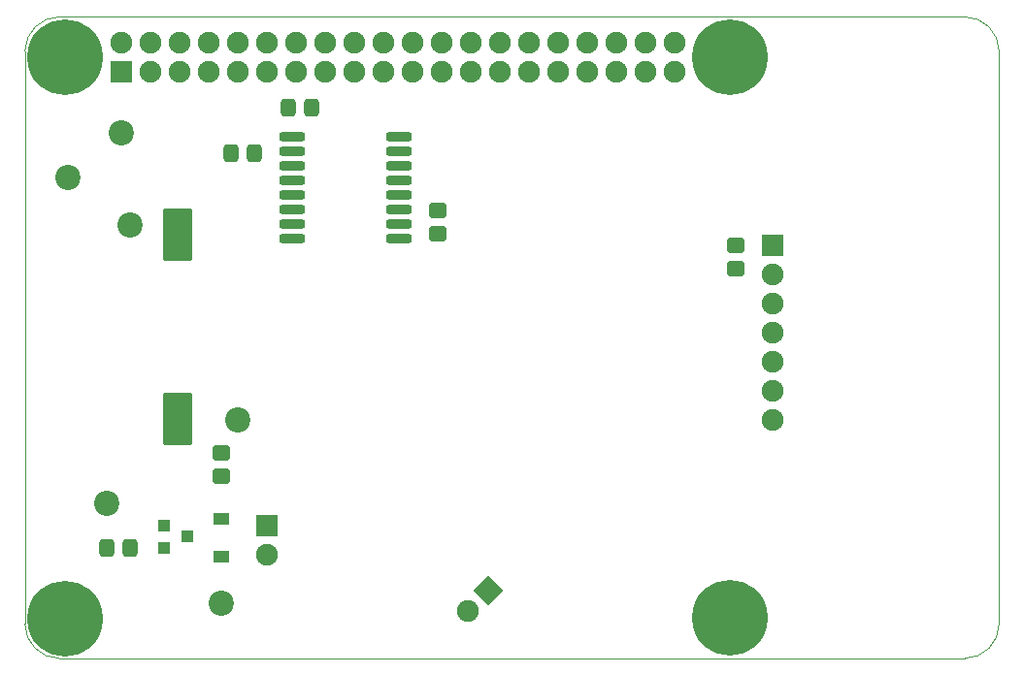
<source format=gbs>
G04 #@! TF.GenerationSoftware,KiCad,Pcbnew,6.0.0-d3dd2cf0fa~116~ubuntu21.04.1*
G04 #@! TF.CreationDate,2022-03-07T16:35:49+01:00*
G04 #@! TF.ProjectId,PiRogue-RPi-hat,5069526f-6775-4652-9d52-50692d686174,rev?*
G04 #@! TF.SameCoordinates,PX4efbba0PY7d37aa0*
G04 #@! TF.FileFunction,Soldermask,Bot*
G04 #@! TF.FilePolarity,Negative*
%FSLAX46Y46*%
G04 Gerber Fmt 4.6, Leading zero omitted, Abs format (unit mm)*
G04 Created by KiCad (PCBNEW 6.0.0-d3dd2cf0fa~116~ubuntu21.04.1) date 2022-03-07 16:35:49*
%MOMM*%
%LPD*%
G01*
G04 APERTURE LIST*
G04 Aperture macros list*
%AMRoundRect*
0 Rectangle with rounded corners*
0 $1 Rounding radius*
0 $2 $3 $4 $5 $6 $7 $8 $9 X,Y pos of 4 corners*
0 Add a 4 corners polygon primitive as box body*
4,1,4,$2,$3,$4,$5,$6,$7,$8,$9,$2,$3,0*
0 Add four circle primitives for the rounded corners*
1,1,$1+$1,$2,$3*
1,1,$1+$1,$4,$5*
1,1,$1+$1,$6,$7*
1,1,$1+$1,$8,$9*
0 Add four rect primitives between the rounded corners*
20,1,$1+$1,$2,$3,$4,$5,0*
20,1,$1+$1,$4,$5,$6,$7,0*
20,1,$1+$1,$6,$7,$8,$9,0*
20,1,$1+$1,$8,$9,$2,$3,0*%
%AMHorizOval*
0 Thick line with rounded ends*
0 $1 width*
0 $2 $3 position (X,Y) of the first rounded end (center of the circle)*
0 $4 $5 position (X,Y) of the second rounded end (center of the circle)*
0 Add line between two ends*
20,1,$1,$2,$3,$4,$5,0*
0 Add two circle primitives to create the rounded ends*
1,1,$1,$2,$3*
1,1,$1,$4,$5*%
G04 Aperture macros list end*
G04 #@! TA.AperFunction,Profile*
%ADD10C,0.100000*%
G04 #@! TD*
%ADD11C,6.600000*%
%ADD12RoundRect,0.100000X-0.850000X-0.850000X0.850000X-0.850000X0.850000X0.850000X-0.850000X0.850000X0*%
%ADD13O,1.900000X1.900000*%
%ADD14RoundRect,0.100000X-0.850000X0.850000X-0.850000X-0.850000X0.850000X-0.850000X0.850000X0.850000X0*%
%ADD15RoundRect,0.100000X-1.150000X-2.200000X1.150000X-2.200000X1.150000X2.200000X-1.150000X2.200000X0*%
%ADD16RoundRect,0.350000X-0.450000X0.325000X-0.450000X-0.325000X0.450000X-0.325000X0.450000X0.325000X0*%
%ADD17RoundRect,0.350000X0.450000X-0.325000X0.450000X0.325000X-0.450000X0.325000X-0.450000X-0.325000X0*%
%ADD18RoundRect,0.100000X-0.600000X0.450000X-0.600000X-0.450000X0.600000X-0.450000X0.600000X0.450000X0*%
%ADD19RoundRect,0.100000X0.850000X0.850000X-0.850000X0.850000X-0.850000X-0.850000X0.850000X-0.850000X0*%
%ADD20RoundRect,0.100000X-0.450000X-0.400000X0.450000X-0.400000X0.450000X0.400000X-0.450000X0.400000X0*%
%ADD21RoundRect,0.350000X0.325000X0.450000X-0.325000X0.450000X-0.325000X-0.450000X0.325000X-0.450000X0*%
%ADD22RoundRect,0.350000X-0.325000X-0.450000X0.325000X-0.450000X0.325000X0.450000X-0.325000X0.450000X0*%
%ADD23RoundRect,0.250000X0.875000X0.150000X-0.875000X0.150000X-0.875000X-0.150000X0.875000X-0.150000X0*%
%ADD24C,2.200000*%
%ADD25RoundRect,0.100000X1.202082X0.000000X0.000000X1.202082X-1.202082X0.000000X0.000000X-1.202082X0*%
%ADD26HorizOval,1.900000X0.000000X0.000000X0.000000X0.000000X0*%
G04 APERTURE END LIST*
D10*
X82006356Y-56057611D02*
G75*
G03*
X85006356Y-53057611I-1J3000001D01*
G01*
X85006356Y-53057611D02*
X85006356Y-3057611D01*
X85006356Y-3057611D02*
G75*
G03*
X82006356Y-57611I-3000001J-1D01*
G01*
X82006356Y-57611D02*
X3026356Y-57611D01*
X26356Y-53057611D02*
G75*
G03*
X3026356Y-56057611I3000001J1D01*
G01*
X3026356Y-56057611D02*
X82006356Y-56057611D01*
X26356Y-3057611D02*
X26356Y-53057611D01*
X3026356Y-57611D02*
G75*
G03*
X26356Y-3057611I1J-3000001D01*
G01*
D11*
X3520000Y-3550000D03*
X61520000Y-3570000D03*
X3520000Y-52560000D03*
X61510000Y-52550000D03*
D12*
X65230000Y-20040000D03*
D13*
X65230000Y-22580000D03*
X65230000Y-25120000D03*
X65230000Y-27660000D03*
X65230000Y-30200000D03*
X65230000Y-32740000D03*
X65230000Y-35280000D03*
D14*
X8400000Y-4830000D03*
D13*
X8400000Y-2290000D03*
X10940000Y-4830000D03*
X10940000Y-2290000D03*
X13480000Y-4830000D03*
X13480000Y-2290000D03*
X16020000Y-4830000D03*
X16020000Y-2290000D03*
X18560000Y-4830000D03*
X18560000Y-2290000D03*
X21100000Y-4830000D03*
X21100000Y-2290000D03*
X23640000Y-4830000D03*
X23640000Y-2290000D03*
X26180000Y-4830000D03*
X26180000Y-2290000D03*
X28720000Y-4830000D03*
X28720000Y-2290000D03*
X31260000Y-4830000D03*
X31260000Y-2290000D03*
X33800000Y-4830000D03*
X33800000Y-2290000D03*
X36340000Y-4830000D03*
X36340000Y-2290000D03*
X38880000Y-4830000D03*
X38880000Y-2290000D03*
X41420000Y-4830000D03*
X41420000Y-2290000D03*
X43960000Y-4830000D03*
X43960000Y-2290000D03*
X46500000Y-4830000D03*
X46500000Y-2290000D03*
X49040000Y-4830000D03*
X49040000Y-2290000D03*
X51580000Y-4830000D03*
X51580000Y-2290000D03*
X54120000Y-4830000D03*
X54120000Y-2290000D03*
X56660000Y-4830000D03*
X56660000Y-2290000D03*
D15*
X13340000Y-19050000D03*
X13340000Y-35180000D03*
D16*
X36000000Y-16975000D03*
X36000000Y-19025000D03*
D17*
X62000000Y-22025000D03*
X62000000Y-19975000D03*
D18*
X17160000Y-43910000D03*
X17160000Y-47210000D03*
D19*
X21160000Y-44430000D03*
D13*
X21160000Y-46970000D03*
D20*
X12160000Y-46380000D03*
X12160000Y-44480000D03*
X14160000Y-45430000D03*
D21*
X25025000Y-8000000D03*
X22975000Y-8000000D03*
D22*
X17975000Y-12000000D03*
X20025000Y-12000000D03*
D21*
X9185000Y-46430000D03*
X7135000Y-46430000D03*
D23*
X32650000Y-10555000D03*
X32650000Y-11825000D03*
X32650000Y-13095000D03*
X32650000Y-14365000D03*
X32650000Y-15635000D03*
X32650000Y-16905000D03*
X32650000Y-18175000D03*
X32650000Y-19445000D03*
X23350000Y-19445000D03*
X23350000Y-18175000D03*
X23350000Y-16905000D03*
X23350000Y-15635000D03*
X23350000Y-14365000D03*
X23350000Y-13095000D03*
X23350000Y-11825000D03*
X23350000Y-10555000D03*
D24*
X8400000Y-10220000D03*
X3780000Y-14100000D03*
X17160000Y-51240000D03*
X9230000Y-18210000D03*
X18620000Y-35230000D03*
D17*
X17160000Y-40155000D03*
X17160000Y-38105000D03*
D25*
X40466520Y-50162680D03*
D26*
X38670469Y-51958731D03*
D24*
X7180000Y-42500000D03*
M02*

</source>
